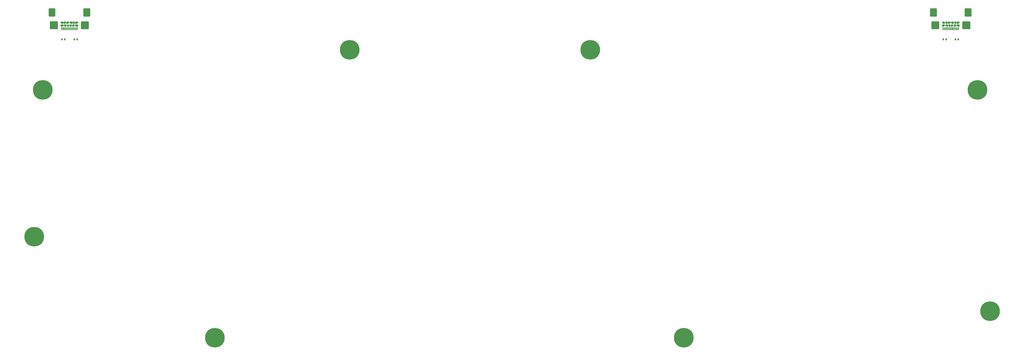
<source format=gtp>
G04 #@! TF.GenerationSoftware,KiCad,Pcbnew,(2017-04-15 revision 60310b3d3)-makepkg*
G04 #@! TF.CreationDate,2017-04-19T10:34:45-04:00*
G04 #@! TF.ProjectId,KType,4B547970652E6B696361645F70636200,1.01a*
G04 #@! TF.FileFunction,Paste,Top*
G04 #@! TF.FilePolarity,Positive*
%FSLAX46Y46*%
G04 Gerber Fmt 4.6, Leading zero omitted, Abs format (unit mm)*
G04 Created by KiCad (PCBNEW (2017-04-15 revision 60310b3d3)-makepkg) date 04/19/17 10:34:45*
%MOMM*%
%LPD*%
G01*
G04 APERTURE LIST*
%ADD10C,0.150000*%
%ADD11C,0.650000*%
%ADD12R,0.300000X1.100000*%
%ADD13R,0.600000X0.650000*%
%ADD14C,7.000000*%
G04 APERTURE END LIST*
D10*
D11*
X53600000Y-34108300D02*
X53600000Y-34278300D01*
X52150000Y-34108300D02*
X52150000Y-34278300D01*
X51200000Y-34108300D02*
X51200000Y-34278300D01*
X50400000Y-34108300D02*
X50400000Y-34278300D01*
X49450000Y-34108300D02*
X49450000Y-34278300D01*
X48000000Y-34108300D02*
X48000000Y-34278300D01*
X53200000Y-33308300D02*
X53200000Y-33158300D01*
X51600000Y-33308300D02*
X51600000Y-33158300D01*
X50000000Y-33308300D02*
X50000000Y-33158300D01*
X48400000Y-33308300D02*
X48400000Y-33158300D01*
X48400000Y-33158300D02*
X48000000Y-33158300D01*
X50400000Y-33158300D02*
X50000000Y-33158300D01*
X51600000Y-33158300D02*
X51200000Y-33158300D01*
X53600000Y-33158300D02*
X53200000Y-33158300D01*
X45477000Y-30658300D02*
X45477000Y-28408300D01*
X43727000Y-30658300D02*
X45477000Y-30658300D01*
X43727000Y-28408300D02*
X43727000Y-30658300D01*
X45477000Y-28408300D02*
X43727000Y-28408300D01*
X57873000Y-28408300D02*
X56123000Y-28408300D01*
X56123000Y-28408300D02*
X56123000Y-30658300D01*
X56123000Y-30658300D02*
X57873000Y-30658300D01*
X57873000Y-30658300D02*
X57873000Y-28408300D01*
X57273000Y-30658300D02*
X57273000Y-28408300D01*
X56723000Y-28408300D02*
X56723000Y-30658300D01*
X44327000Y-28408300D02*
X44327000Y-30658300D01*
X44877000Y-30658300D02*
X44877000Y-28408300D01*
X46350000Y-35158300D02*
X46350000Y-33008300D01*
X44200000Y-35158300D02*
X46350000Y-35158300D01*
X44200000Y-33008300D02*
X44200000Y-35158300D01*
X46350000Y-33008300D02*
X44200000Y-33008300D01*
X45750000Y-35108300D02*
X45750000Y-33008300D01*
X45150000Y-35158300D02*
X45150000Y-33008300D01*
X44650000Y-35158300D02*
X44650000Y-33008300D01*
X55700000Y-35158300D02*
X55700000Y-33008300D01*
X56200000Y-35158300D02*
X56200000Y-33008300D01*
X56800000Y-35108300D02*
X56800000Y-33008300D01*
X57400000Y-33008300D02*
X55250000Y-33008300D01*
X55250000Y-33008300D02*
X55250000Y-35158300D01*
X55250000Y-35158300D02*
X57400000Y-35158300D01*
X57400000Y-35158300D02*
X57400000Y-33008300D01*
X48000000Y-34108300D02*
X48400000Y-34108300D01*
X53600000Y-34108300D02*
X53200000Y-34108300D01*
X52150000Y-34108300D02*
X52400000Y-34108300D01*
X49450000Y-34108300D02*
X49200000Y-34108300D01*
X50400000Y-34108300D02*
X50250000Y-34108300D01*
X51200000Y-34108300D02*
X51350000Y-34108300D01*
X49200000Y-33308300D02*
X49200000Y-33008300D01*
X52400000Y-33308300D02*
X52400000Y-33008300D01*
X367925000Y-34108300D02*
X367925000Y-34278300D01*
X366475000Y-34108300D02*
X366475000Y-34278300D01*
X365525000Y-34108300D02*
X365525000Y-34278300D01*
X364725000Y-34108300D02*
X364725000Y-34278300D01*
X363775000Y-34108300D02*
X363775000Y-34278300D01*
X362325000Y-34108300D02*
X362325000Y-34278300D01*
X367525000Y-33308300D02*
X367525000Y-33158300D01*
X365925000Y-33308300D02*
X365925000Y-33158300D01*
X364325000Y-33308300D02*
X364325000Y-33158300D01*
X362725000Y-33308300D02*
X362725000Y-33158300D01*
X362725000Y-33158300D02*
X362325000Y-33158300D01*
X364725000Y-33158300D02*
X364325000Y-33158300D01*
X365925000Y-33158300D02*
X365525000Y-33158300D01*
X367925000Y-33158300D02*
X367525000Y-33158300D01*
X359802000Y-30658300D02*
X359802000Y-28408300D01*
X358052000Y-30658300D02*
X359802000Y-30658300D01*
X358052000Y-28408300D02*
X358052000Y-30658300D01*
X359802000Y-28408300D02*
X358052000Y-28408300D01*
X372198000Y-28408300D02*
X370448000Y-28408300D01*
X370448000Y-28408300D02*
X370448000Y-30658300D01*
X370448000Y-30658300D02*
X372198000Y-30658300D01*
X372198000Y-30658300D02*
X372198000Y-28408300D01*
X371598000Y-30658300D02*
X371598000Y-28408300D01*
X371048000Y-28408300D02*
X371048000Y-30658300D01*
X358652000Y-28408300D02*
X358652000Y-30658300D01*
X359202000Y-30658300D02*
X359202000Y-28408300D01*
X360675000Y-35158300D02*
X360675000Y-33008300D01*
X358525000Y-35158300D02*
X360675000Y-35158300D01*
X358525000Y-33008300D02*
X358525000Y-35158300D01*
X360675000Y-33008300D02*
X358525000Y-33008300D01*
X360075000Y-35108300D02*
X360075000Y-33008300D01*
X359475000Y-35158300D02*
X359475000Y-33008300D01*
X358975000Y-35158300D02*
X358975000Y-33008300D01*
X370025000Y-35158300D02*
X370025000Y-33008300D01*
X370525000Y-35158300D02*
X370525000Y-33008300D01*
X371125000Y-35108300D02*
X371125000Y-33008300D01*
X371725000Y-33008300D02*
X369575000Y-33008300D01*
X369575000Y-33008300D02*
X369575000Y-35158300D01*
X369575000Y-35158300D02*
X371725000Y-35158300D01*
X371725000Y-35158300D02*
X371725000Y-33008300D01*
X362325000Y-34108300D02*
X362725000Y-34108300D01*
X367925000Y-34108300D02*
X367525000Y-34108300D01*
X366475000Y-34108300D02*
X366725000Y-34108300D01*
X363775000Y-34108300D02*
X363525000Y-34108300D01*
X364725000Y-34108300D02*
X364575000Y-34108300D01*
X365525000Y-34108300D02*
X365675000Y-34108300D01*
X363525000Y-33308300D02*
X363525000Y-33008300D01*
X366725000Y-33308300D02*
X366725000Y-33008300D01*
D12*
X48050000Y-35318300D03*
X48550000Y-35318300D03*
X49050000Y-35318300D03*
X49550000Y-35318300D03*
X50050000Y-35318300D03*
X50550000Y-35318300D03*
X51050000Y-35318300D03*
X51550000Y-35318300D03*
X52050000Y-35318300D03*
X52550000Y-35318300D03*
X53050000Y-35318300D03*
X53550000Y-35318300D03*
X362375000Y-35318300D03*
X362875000Y-35318300D03*
X363375000Y-35318300D03*
X363875000Y-35318300D03*
X364375000Y-35318300D03*
X364875000Y-35318300D03*
X365375000Y-35318300D03*
X365875000Y-35318300D03*
X366375000Y-35318300D03*
X366875000Y-35318300D03*
X367375000Y-35318300D03*
X367875000Y-35318300D03*
D13*
X367784000Y-39116000D03*
X366784000Y-39116000D03*
X362466000Y-39116000D03*
X363466000Y-39116000D03*
X53586000Y-39116000D03*
X52586000Y-39116000D03*
X48141000Y-39116000D03*
X49141000Y-39116000D03*
D14*
X38265000Y-109540000D03*
X102705000Y-145640000D03*
X269875000Y-145640000D03*
X236535000Y-42869500D03*
X150805000Y-42869500D03*
X41275000Y-57149500D03*
X379095000Y-136202000D03*
X374650000Y-57150000D03*
M02*

</source>
